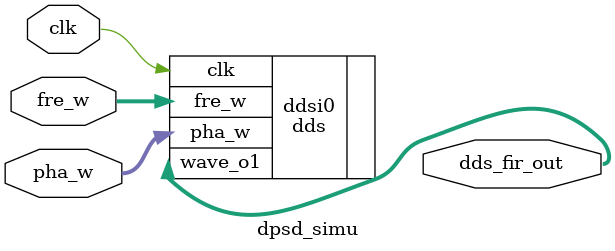
<source format=v>
module dpsd_simu


#(parameter Fword_width=28,
  parameter Pword_width=10,
  parameter wave_o1_width=12)


(dds_fir_out,clk,fre_w,pha_w);


 
output [wave_o1_width-1:0] dds_fir_out;
input clk;
input [Fword_width-1:0] fre_w;
input [Pword_width-1:0] pha_w;

//---------------------------------------------
//

 
 //input noise;

 

//always @(posedge clk) begin
//  a =0;
//  end
//endmodule


dds  ddsi0(.wave_o1(dds_fir_out),
			  .clk(clk),
			  .fre_w(fre_w),
			  .pha_w(pha_w));

endmodule
</source>
